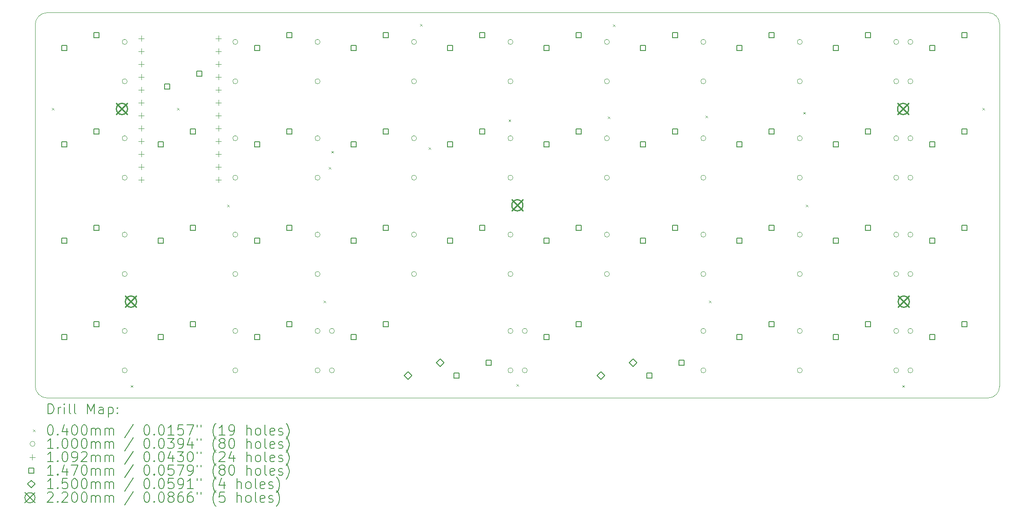
<source format=gbr>
%FSLAX45Y45*%
G04 Gerber Fmt 4.5, Leading zero omitted, Abs format (unit mm)*
G04 Created by KiCad (PCBNEW (6.0.0)) date 2023-02-08 23:19:00*
%MOMM*%
%LPD*%
G01*
G04 APERTURE LIST*
%TA.AperFunction,Profile*%
%ADD10C,0.050000*%
%TD*%
%ADD11C,0.200000*%
%ADD12C,0.040000*%
%ADD13C,0.100000*%
%ADD14C,0.109220*%
%ADD15C,0.147000*%
%ADD16C,0.150000*%
%ADD17C,0.220000*%
G04 APERTURE END LIST*
D10*
X1638300Y-1854200D02*
X1638300Y-8991600D01*
X1879600Y-9232900D02*
X20459700Y-9232900D01*
X20688300Y-9004300D02*
X20688300Y-1841500D01*
X20459700Y-1612900D02*
X1879600Y-1612900D01*
X1879600Y-1612900D02*
G75*
G03*
X1638300Y-1854200I0J-241300D01*
G01*
X20688300Y-1841500D02*
G75*
G03*
X20459700Y-1612900I-228600J0D01*
G01*
X20459700Y-9232900D02*
G75*
G03*
X20688300Y-9004300I0J228600D01*
G01*
X1638300Y-8991600D02*
G75*
G03*
X1879600Y-9232900I241300J0D01*
G01*
D11*
D12*
X1970000Y-3500000D02*
X2010000Y-3540000D01*
X2010000Y-3500000D02*
X1970000Y-3540000D01*
X3530000Y-8980000D02*
X3570000Y-9020000D01*
X3570000Y-8980000D02*
X3530000Y-9020000D01*
X4440000Y-3500000D02*
X4480000Y-3540000D01*
X4480000Y-3500000D02*
X4440000Y-3540000D01*
X5430000Y-5410000D02*
X5470000Y-5450000D01*
X5470000Y-5410000D02*
X5430000Y-5450000D01*
X7340000Y-7310000D02*
X7380000Y-7350000D01*
X7380000Y-7310000D02*
X7340000Y-7350000D01*
X7440000Y-4670000D02*
X7480000Y-4710000D01*
X7480000Y-4670000D02*
X7440000Y-4710000D01*
X7490000Y-4350000D02*
X7530000Y-4390000D01*
X7530000Y-4350000D02*
X7490000Y-4390000D01*
X9240000Y-1840000D02*
X9280000Y-1880000D01*
X9280000Y-1840000D02*
X9240000Y-1880000D01*
X9410000Y-4280000D02*
X9450000Y-4320000D01*
X9450000Y-4280000D02*
X9410000Y-4320000D01*
X10990000Y-3730000D02*
X11030000Y-3770000D01*
X11030000Y-3730000D02*
X10990000Y-3770000D01*
X11150000Y-8960000D02*
X11190000Y-9000000D01*
X11190000Y-8960000D02*
X11150000Y-9000000D01*
X12950000Y-3670000D02*
X12990000Y-3710000D01*
X12990000Y-3670000D02*
X12950000Y-3710000D01*
X13050000Y-1850000D02*
X13090000Y-1890000D01*
X13090000Y-1850000D02*
X13050000Y-1890000D01*
X14880000Y-3650000D02*
X14920000Y-3690000D01*
X14920000Y-3650000D02*
X14880000Y-3690000D01*
X14950000Y-7310000D02*
X14990000Y-7350000D01*
X14990000Y-7310000D02*
X14950000Y-7350000D01*
X16811700Y-3578300D02*
X16851700Y-3618300D01*
X16851700Y-3578300D02*
X16811700Y-3618300D01*
X16860000Y-5410000D02*
X16900000Y-5450000D01*
X16900000Y-5410000D02*
X16860000Y-5450000D01*
X18770000Y-8980000D02*
X18810000Y-9020000D01*
X18810000Y-8980000D02*
X18770000Y-9020000D01*
X20350000Y-3500000D02*
X20390000Y-3540000D01*
X20390000Y-3500000D02*
X20350000Y-3540000D01*
D13*
X3456775Y-2191275D02*
G75*
G03*
X3456775Y-2191275I-50000J0D01*
G01*
X3456775Y-2971275D02*
G75*
G03*
X3456775Y-2971275I-50000J0D01*
G01*
X3456775Y-4096275D02*
G75*
G03*
X3456775Y-4096275I-50000J0D01*
G01*
X3456775Y-4876275D02*
G75*
G03*
X3456775Y-4876275I-50000J0D01*
G01*
X3456775Y-6001275D02*
G75*
G03*
X3456775Y-6001275I-50000J0D01*
G01*
X3456775Y-6781275D02*
G75*
G03*
X3456775Y-6781275I-50000J0D01*
G01*
X3456775Y-7906275D02*
G75*
G03*
X3456775Y-7906275I-50000J0D01*
G01*
X3456775Y-8686275D02*
G75*
G03*
X3456775Y-8686275I-50000J0D01*
G01*
X5641175Y-2191275D02*
G75*
G03*
X5641175Y-2191275I-50000J0D01*
G01*
X5641175Y-2971275D02*
G75*
G03*
X5641175Y-2971275I-50000J0D01*
G01*
X5641175Y-4096275D02*
G75*
G03*
X5641175Y-4096275I-50000J0D01*
G01*
X5641175Y-4876275D02*
G75*
G03*
X5641175Y-4876275I-50000J0D01*
G01*
X5641175Y-6001275D02*
G75*
G03*
X5641175Y-6001275I-50000J0D01*
G01*
X5641175Y-6781275D02*
G75*
G03*
X5641175Y-6781275I-50000J0D01*
G01*
X5641175Y-7906275D02*
G75*
G03*
X5641175Y-7906275I-50000J0D01*
G01*
X5641175Y-8686275D02*
G75*
G03*
X5641175Y-8686275I-50000J0D01*
G01*
X7266775Y-2191275D02*
G75*
G03*
X7266775Y-2191275I-50000J0D01*
G01*
X7266775Y-2971275D02*
G75*
G03*
X7266775Y-2971275I-50000J0D01*
G01*
X7266775Y-4096275D02*
G75*
G03*
X7266775Y-4096275I-50000J0D01*
G01*
X7266775Y-4876275D02*
G75*
G03*
X7266775Y-4876275I-50000J0D01*
G01*
X7266775Y-6001275D02*
G75*
G03*
X7266775Y-6001275I-50000J0D01*
G01*
X7266775Y-6781275D02*
G75*
G03*
X7266775Y-6781275I-50000J0D01*
G01*
X7266775Y-7906275D02*
G75*
G03*
X7266775Y-7906275I-50000J0D01*
G01*
X7266775Y-8686275D02*
G75*
G03*
X7266775Y-8686275I-50000J0D01*
G01*
X7550000Y-7906275D02*
G75*
G03*
X7550000Y-7906275I-50000J0D01*
G01*
X7550000Y-8686275D02*
G75*
G03*
X7550000Y-8686275I-50000J0D01*
G01*
X9171775Y-2191275D02*
G75*
G03*
X9171775Y-2191275I-50000J0D01*
G01*
X9171775Y-2971275D02*
G75*
G03*
X9171775Y-2971275I-50000J0D01*
G01*
X9171775Y-4096275D02*
G75*
G03*
X9171775Y-4096275I-50000J0D01*
G01*
X9171775Y-4876275D02*
G75*
G03*
X9171775Y-4876275I-50000J0D01*
G01*
X9171775Y-6001275D02*
G75*
G03*
X9171775Y-6001275I-50000J0D01*
G01*
X9171775Y-6781275D02*
G75*
G03*
X9171775Y-6781275I-50000J0D01*
G01*
X11076775Y-2191275D02*
G75*
G03*
X11076775Y-2191275I-50000J0D01*
G01*
X11076775Y-2971275D02*
G75*
G03*
X11076775Y-2971275I-50000J0D01*
G01*
X11076775Y-4096275D02*
G75*
G03*
X11076775Y-4096275I-50000J0D01*
G01*
X11076775Y-4876275D02*
G75*
G03*
X11076775Y-4876275I-50000J0D01*
G01*
X11076775Y-6001275D02*
G75*
G03*
X11076775Y-6001275I-50000J0D01*
G01*
X11076775Y-6781275D02*
G75*
G03*
X11076775Y-6781275I-50000J0D01*
G01*
X11076775Y-7906275D02*
G75*
G03*
X11076775Y-7906275I-50000J0D01*
G01*
X11076775Y-8686275D02*
G75*
G03*
X11076775Y-8686275I-50000J0D01*
G01*
X11360000Y-7906275D02*
G75*
G03*
X11360000Y-7906275I-50000J0D01*
G01*
X11360000Y-8686275D02*
G75*
G03*
X11360000Y-8686275I-50000J0D01*
G01*
X12981775Y-2191275D02*
G75*
G03*
X12981775Y-2191275I-50000J0D01*
G01*
X12981775Y-2971275D02*
G75*
G03*
X12981775Y-2971275I-50000J0D01*
G01*
X12981775Y-4096275D02*
G75*
G03*
X12981775Y-4096275I-50000J0D01*
G01*
X12981775Y-4876275D02*
G75*
G03*
X12981775Y-4876275I-50000J0D01*
G01*
X12981775Y-6001275D02*
G75*
G03*
X12981775Y-6001275I-50000J0D01*
G01*
X12981775Y-6781275D02*
G75*
G03*
X12981775Y-6781275I-50000J0D01*
G01*
X14886775Y-2191275D02*
G75*
G03*
X14886775Y-2191275I-50000J0D01*
G01*
X14886775Y-2971275D02*
G75*
G03*
X14886775Y-2971275I-50000J0D01*
G01*
X14886775Y-4096275D02*
G75*
G03*
X14886775Y-4096275I-50000J0D01*
G01*
X14886775Y-4876275D02*
G75*
G03*
X14886775Y-4876275I-50000J0D01*
G01*
X14886775Y-6001275D02*
G75*
G03*
X14886775Y-6001275I-50000J0D01*
G01*
X14886775Y-6781275D02*
G75*
G03*
X14886775Y-6781275I-50000J0D01*
G01*
X14886775Y-7906275D02*
G75*
G03*
X14886775Y-7906275I-50000J0D01*
G01*
X14886775Y-8686275D02*
G75*
G03*
X14886775Y-8686275I-50000J0D01*
G01*
X16791775Y-2191275D02*
G75*
G03*
X16791775Y-2191275I-50000J0D01*
G01*
X16791775Y-2971275D02*
G75*
G03*
X16791775Y-2971275I-50000J0D01*
G01*
X16791775Y-4096275D02*
G75*
G03*
X16791775Y-4096275I-50000J0D01*
G01*
X16791775Y-4876275D02*
G75*
G03*
X16791775Y-4876275I-50000J0D01*
G01*
X16791775Y-6001275D02*
G75*
G03*
X16791775Y-6001275I-50000J0D01*
G01*
X16791775Y-6781275D02*
G75*
G03*
X16791775Y-6781275I-50000J0D01*
G01*
X16791775Y-7906275D02*
G75*
G03*
X16791775Y-7906275I-50000J0D01*
G01*
X16791775Y-8686275D02*
G75*
G03*
X16791775Y-8686275I-50000J0D01*
G01*
X18696775Y-2191275D02*
G75*
G03*
X18696775Y-2191275I-50000J0D01*
G01*
X18696775Y-2971275D02*
G75*
G03*
X18696775Y-2971275I-50000J0D01*
G01*
X18696775Y-4096275D02*
G75*
G03*
X18696775Y-4096275I-50000J0D01*
G01*
X18696775Y-4876275D02*
G75*
G03*
X18696775Y-4876275I-50000J0D01*
G01*
X18696775Y-6001275D02*
G75*
G03*
X18696775Y-6001275I-50000J0D01*
G01*
X18696775Y-6781275D02*
G75*
G03*
X18696775Y-6781275I-50000J0D01*
G01*
X18696775Y-7906275D02*
G75*
G03*
X18696775Y-7906275I-50000J0D01*
G01*
X18696775Y-8686275D02*
G75*
G03*
X18696775Y-8686275I-50000J0D01*
G01*
X18976175Y-2191275D02*
G75*
G03*
X18976175Y-2191275I-50000J0D01*
G01*
X18976175Y-2971275D02*
G75*
G03*
X18976175Y-2971275I-50000J0D01*
G01*
X18976175Y-4096275D02*
G75*
G03*
X18976175Y-4096275I-50000J0D01*
G01*
X18976175Y-4876275D02*
G75*
G03*
X18976175Y-4876275I-50000J0D01*
G01*
X18976175Y-6001275D02*
G75*
G03*
X18976175Y-6001275I-50000J0D01*
G01*
X18976175Y-6781275D02*
G75*
G03*
X18976175Y-6781275I-50000J0D01*
G01*
X18976175Y-7906275D02*
G75*
G03*
X18976175Y-7906275I-50000J0D01*
G01*
X18976175Y-8686275D02*
G75*
G03*
X18976175Y-8686275I-50000J0D01*
G01*
D14*
X3736975Y-2069465D02*
X3736975Y-2178685D01*
X3682365Y-2124075D02*
X3791585Y-2124075D01*
X3736975Y-2323465D02*
X3736975Y-2432685D01*
X3682365Y-2378075D02*
X3791585Y-2378075D01*
X3736975Y-2577465D02*
X3736975Y-2686685D01*
X3682365Y-2632075D02*
X3791585Y-2632075D01*
X3736975Y-2831465D02*
X3736975Y-2940685D01*
X3682365Y-2886075D02*
X3791585Y-2886075D01*
X3736975Y-3085465D02*
X3736975Y-3194685D01*
X3682365Y-3140075D02*
X3791585Y-3140075D01*
X3736975Y-3339465D02*
X3736975Y-3448685D01*
X3682365Y-3394075D02*
X3791585Y-3394075D01*
X3736975Y-3593465D02*
X3736975Y-3702685D01*
X3682365Y-3648075D02*
X3791585Y-3648075D01*
X3736975Y-3847465D02*
X3736975Y-3956685D01*
X3682365Y-3902075D02*
X3791585Y-3902075D01*
X3736975Y-4101465D02*
X3736975Y-4210685D01*
X3682365Y-4156075D02*
X3791585Y-4156075D01*
X3736975Y-4355465D02*
X3736975Y-4464685D01*
X3682365Y-4410075D02*
X3791585Y-4410075D01*
X3736975Y-4609465D02*
X3736975Y-4718685D01*
X3682365Y-4664075D02*
X3791585Y-4664075D01*
X3736975Y-4863465D02*
X3736975Y-4972685D01*
X3682365Y-4918075D02*
X3791585Y-4918075D01*
X5260975Y-2069465D02*
X5260975Y-2178685D01*
X5206365Y-2124075D02*
X5315585Y-2124075D01*
X5260975Y-2323465D02*
X5260975Y-2432685D01*
X5206365Y-2378075D02*
X5315585Y-2378075D01*
X5260975Y-2577465D02*
X5260975Y-2686685D01*
X5206365Y-2632075D02*
X5315585Y-2632075D01*
X5260975Y-2831465D02*
X5260975Y-2940685D01*
X5206365Y-2886075D02*
X5315585Y-2886075D01*
X5260975Y-3085465D02*
X5260975Y-3194685D01*
X5206365Y-3140075D02*
X5315585Y-3140075D01*
X5260975Y-3339465D02*
X5260975Y-3448685D01*
X5206365Y-3394075D02*
X5315585Y-3394075D01*
X5260975Y-3593465D02*
X5260975Y-3702685D01*
X5206365Y-3648075D02*
X5315585Y-3648075D01*
X5260975Y-3847465D02*
X5260975Y-3956685D01*
X5206365Y-3902075D02*
X5315585Y-3902075D01*
X5260975Y-4101465D02*
X5260975Y-4210685D01*
X5206365Y-4156075D02*
X5315585Y-4156075D01*
X5260975Y-4355465D02*
X5260975Y-4464685D01*
X5206365Y-4410075D02*
X5315585Y-4410075D01*
X5260975Y-4609465D02*
X5260975Y-4718685D01*
X5206365Y-4664075D02*
X5315585Y-4664075D01*
X5260975Y-4863465D02*
X5260975Y-4972685D01*
X5206365Y-4918075D02*
X5315585Y-4918075D01*
D15*
X2264948Y-2366548D02*
X2264948Y-2262602D01*
X2161002Y-2262602D01*
X2161002Y-2366548D01*
X2264948Y-2366548D01*
X2264948Y-4271548D02*
X2264948Y-4167602D01*
X2161002Y-4167602D01*
X2161002Y-4271548D01*
X2264948Y-4271548D01*
X2264948Y-6176548D02*
X2264948Y-6072602D01*
X2161002Y-6072602D01*
X2161002Y-6176548D01*
X2264948Y-6176548D01*
X2264948Y-8081548D02*
X2264948Y-7977602D01*
X2161002Y-7977602D01*
X2161002Y-8081548D01*
X2264948Y-8081548D01*
X2899948Y-2112548D02*
X2899948Y-2008602D01*
X2796002Y-2008602D01*
X2796002Y-2112548D01*
X2899948Y-2112548D01*
X2899948Y-4017548D02*
X2899948Y-3913602D01*
X2796002Y-3913602D01*
X2796002Y-4017548D01*
X2899948Y-4017548D01*
X2899948Y-5922548D02*
X2899948Y-5818602D01*
X2796002Y-5818602D01*
X2796002Y-5922548D01*
X2899948Y-5922548D01*
X2899948Y-7827548D02*
X2899948Y-7723602D01*
X2796002Y-7723602D01*
X2796002Y-7827548D01*
X2899948Y-7827548D01*
X4169948Y-4271548D02*
X4169948Y-4167602D01*
X4066002Y-4167602D01*
X4066002Y-4271548D01*
X4169948Y-4271548D01*
X4169948Y-6176548D02*
X4169948Y-6072602D01*
X4066002Y-6072602D01*
X4066002Y-6176548D01*
X4169948Y-6176548D01*
X4169948Y-8081548D02*
X4169948Y-7977602D01*
X4066002Y-7977602D01*
X4066002Y-8081548D01*
X4169948Y-8081548D01*
X4296948Y-3128548D02*
X4296948Y-3024602D01*
X4193002Y-3024602D01*
X4193002Y-3128548D01*
X4296948Y-3128548D01*
X4804948Y-4017548D02*
X4804948Y-3913602D01*
X4701002Y-3913602D01*
X4701002Y-4017548D01*
X4804948Y-4017548D01*
X4804948Y-5922548D02*
X4804948Y-5818602D01*
X4701002Y-5818602D01*
X4701002Y-5922548D01*
X4804948Y-5922548D01*
X4804948Y-7827548D02*
X4804948Y-7723602D01*
X4701002Y-7723602D01*
X4701002Y-7827548D01*
X4804948Y-7827548D01*
X4931948Y-2874548D02*
X4931948Y-2770602D01*
X4828002Y-2770602D01*
X4828002Y-2874548D01*
X4931948Y-2874548D01*
X6074948Y-2366548D02*
X6074948Y-2262602D01*
X5971002Y-2262602D01*
X5971002Y-2366548D01*
X6074948Y-2366548D01*
X6074948Y-4271548D02*
X6074948Y-4167602D01*
X5971002Y-4167602D01*
X5971002Y-4271548D01*
X6074948Y-4271548D01*
X6074948Y-6176548D02*
X6074948Y-6072602D01*
X5971002Y-6072602D01*
X5971002Y-6176548D01*
X6074948Y-6176548D01*
X6074948Y-8081548D02*
X6074948Y-7977602D01*
X5971002Y-7977602D01*
X5971002Y-8081548D01*
X6074948Y-8081548D01*
X6709948Y-2112548D02*
X6709948Y-2008602D01*
X6606002Y-2008602D01*
X6606002Y-2112548D01*
X6709948Y-2112548D01*
X6709948Y-4017548D02*
X6709948Y-3913602D01*
X6606002Y-3913602D01*
X6606002Y-4017548D01*
X6709948Y-4017548D01*
X6709948Y-5922548D02*
X6709948Y-5818602D01*
X6606002Y-5818602D01*
X6606002Y-5922548D01*
X6709948Y-5922548D01*
X6709948Y-7827548D02*
X6709948Y-7723602D01*
X6606002Y-7723602D01*
X6606002Y-7827548D01*
X6709948Y-7827548D01*
X7979948Y-2366548D02*
X7979948Y-2262602D01*
X7876002Y-2262602D01*
X7876002Y-2366548D01*
X7979948Y-2366548D01*
X7979948Y-4271548D02*
X7979948Y-4167602D01*
X7876002Y-4167602D01*
X7876002Y-4271548D01*
X7979948Y-4271548D01*
X7979948Y-6176548D02*
X7979948Y-6072602D01*
X7876002Y-6072602D01*
X7876002Y-6176548D01*
X7979948Y-6176548D01*
X7979948Y-8081548D02*
X7979948Y-7977602D01*
X7876002Y-7977602D01*
X7876002Y-8081548D01*
X7979948Y-8081548D01*
X8614948Y-2112548D02*
X8614948Y-2008602D01*
X8511002Y-2008602D01*
X8511002Y-2112548D01*
X8614948Y-2112548D01*
X8614948Y-4017548D02*
X8614948Y-3913602D01*
X8511002Y-3913602D01*
X8511002Y-4017548D01*
X8614948Y-4017548D01*
X8614948Y-5922548D02*
X8614948Y-5818602D01*
X8511002Y-5818602D01*
X8511002Y-5922548D01*
X8614948Y-5922548D01*
X8614948Y-7827548D02*
X8614948Y-7723602D01*
X8511002Y-7723602D01*
X8511002Y-7827548D01*
X8614948Y-7827548D01*
X9884948Y-2366548D02*
X9884948Y-2262602D01*
X9781002Y-2262602D01*
X9781002Y-2366548D01*
X9884948Y-2366548D01*
X9884948Y-4271548D02*
X9884948Y-4167602D01*
X9781002Y-4167602D01*
X9781002Y-4271548D01*
X9884948Y-4271548D01*
X9884948Y-6176548D02*
X9884948Y-6072602D01*
X9781002Y-6072602D01*
X9781002Y-6176548D01*
X9884948Y-6176548D01*
X10011948Y-8843548D02*
X10011948Y-8739602D01*
X9908002Y-8739602D01*
X9908002Y-8843548D01*
X10011948Y-8843548D01*
X10519948Y-2112548D02*
X10519948Y-2008602D01*
X10416002Y-2008602D01*
X10416002Y-2112548D01*
X10519948Y-2112548D01*
X10519948Y-4017548D02*
X10519948Y-3913602D01*
X10416002Y-3913602D01*
X10416002Y-4017548D01*
X10519948Y-4017548D01*
X10519948Y-5922548D02*
X10519948Y-5818602D01*
X10416002Y-5818602D01*
X10416002Y-5922548D01*
X10519948Y-5922548D01*
X10646948Y-8589548D02*
X10646948Y-8485602D01*
X10543002Y-8485602D01*
X10543002Y-8589548D01*
X10646948Y-8589548D01*
X11789948Y-2366548D02*
X11789948Y-2262602D01*
X11686002Y-2262602D01*
X11686002Y-2366548D01*
X11789948Y-2366548D01*
X11789948Y-4271548D02*
X11789948Y-4167602D01*
X11686002Y-4167602D01*
X11686002Y-4271548D01*
X11789948Y-4271548D01*
X11789948Y-6176548D02*
X11789948Y-6072602D01*
X11686002Y-6072602D01*
X11686002Y-6176548D01*
X11789948Y-6176548D01*
X11789948Y-8081548D02*
X11789948Y-7977602D01*
X11686002Y-7977602D01*
X11686002Y-8081548D01*
X11789948Y-8081548D01*
X12424948Y-2112548D02*
X12424948Y-2008602D01*
X12321002Y-2008602D01*
X12321002Y-2112548D01*
X12424948Y-2112548D01*
X12424948Y-4017548D02*
X12424948Y-3913602D01*
X12321002Y-3913602D01*
X12321002Y-4017548D01*
X12424948Y-4017548D01*
X12424948Y-5922548D02*
X12424948Y-5818602D01*
X12321002Y-5818602D01*
X12321002Y-5922548D01*
X12424948Y-5922548D01*
X12424948Y-7827548D02*
X12424948Y-7723602D01*
X12321002Y-7723602D01*
X12321002Y-7827548D01*
X12424948Y-7827548D01*
X13694948Y-2366548D02*
X13694948Y-2262602D01*
X13591002Y-2262602D01*
X13591002Y-2366548D01*
X13694948Y-2366548D01*
X13694948Y-4271548D02*
X13694948Y-4167602D01*
X13591002Y-4167602D01*
X13591002Y-4271548D01*
X13694948Y-4271548D01*
X13694948Y-6176548D02*
X13694948Y-6072602D01*
X13591002Y-6072602D01*
X13591002Y-6176548D01*
X13694948Y-6176548D01*
X13821948Y-8843548D02*
X13821948Y-8739602D01*
X13718002Y-8739602D01*
X13718002Y-8843548D01*
X13821948Y-8843548D01*
X14329948Y-2112548D02*
X14329948Y-2008602D01*
X14226002Y-2008602D01*
X14226002Y-2112548D01*
X14329948Y-2112548D01*
X14329948Y-4017548D02*
X14329948Y-3913602D01*
X14226002Y-3913602D01*
X14226002Y-4017548D01*
X14329948Y-4017548D01*
X14329948Y-5922548D02*
X14329948Y-5818602D01*
X14226002Y-5818602D01*
X14226002Y-5922548D01*
X14329948Y-5922548D01*
X14456948Y-8589548D02*
X14456948Y-8485602D01*
X14353002Y-8485602D01*
X14353002Y-8589548D01*
X14456948Y-8589548D01*
X15599948Y-2366548D02*
X15599948Y-2262602D01*
X15496002Y-2262602D01*
X15496002Y-2366548D01*
X15599948Y-2366548D01*
X15599948Y-4271548D02*
X15599948Y-4167602D01*
X15496002Y-4167602D01*
X15496002Y-4271548D01*
X15599948Y-4271548D01*
X15599948Y-6176548D02*
X15599948Y-6072602D01*
X15496002Y-6072602D01*
X15496002Y-6176548D01*
X15599948Y-6176548D01*
X15599948Y-8081548D02*
X15599948Y-7977602D01*
X15496002Y-7977602D01*
X15496002Y-8081548D01*
X15599948Y-8081548D01*
X16234948Y-2112548D02*
X16234948Y-2008602D01*
X16131002Y-2008602D01*
X16131002Y-2112548D01*
X16234948Y-2112548D01*
X16234948Y-4017548D02*
X16234948Y-3913602D01*
X16131002Y-3913602D01*
X16131002Y-4017548D01*
X16234948Y-4017548D01*
X16234948Y-5922548D02*
X16234948Y-5818602D01*
X16131002Y-5818602D01*
X16131002Y-5922548D01*
X16234948Y-5922548D01*
X16234948Y-7827548D02*
X16234948Y-7723602D01*
X16131002Y-7723602D01*
X16131002Y-7827548D01*
X16234948Y-7827548D01*
X17504948Y-2366548D02*
X17504948Y-2262602D01*
X17401002Y-2262602D01*
X17401002Y-2366548D01*
X17504948Y-2366548D01*
X17504948Y-4271548D02*
X17504948Y-4167602D01*
X17401002Y-4167602D01*
X17401002Y-4271548D01*
X17504948Y-4271548D01*
X17504948Y-6176548D02*
X17504948Y-6072602D01*
X17401002Y-6072602D01*
X17401002Y-6176548D01*
X17504948Y-6176548D01*
X17504948Y-8081548D02*
X17504948Y-7977602D01*
X17401002Y-7977602D01*
X17401002Y-8081548D01*
X17504948Y-8081548D01*
X18139948Y-2112548D02*
X18139948Y-2008602D01*
X18036002Y-2008602D01*
X18036002Y-2112548D01*
X18139948Y-2112548D01*
X18139948Y-4017548D02*
X18139948Y-3913602D01*
X18036002Y-3913602D01*
X18036002Y-4017548D01*
X18139948Y-4017548D01*
X18139948Y-5922548D02*
X18139948Y-5818602D01*
X18036002Y-5818602D01*
X18036002Y-5922548D01*
X18139948Y-5922548D01*
X18139948Y-7827548D02*
X18139948Y-7723602D01*
X18036002Y-7723602D01*
X18036002Y-7827548D01*
X18139948Y-7827548D01*
X19409948Y-2366548D02*
X19409948Y-2262602D01*
X19306002Y-2262602D01*
X19306002Y-2366548D01*
X19409948Y-2366548D01*
X19409948Y-4271548D02*
X19409948Y-4167602D01*
X19306002Y-4167602D01*
X19306002Y-4271548D01*
X19409948Y-4271548D01*
X19409948Y-6176548D02*
X19409948Y-6072602D01*
X19306002Y-6072602D01*
X19306002Y-6176548D01*
X19409948Y-6176548D01*
X19409948Y-8081548D02*
X19409948Y-7977602D01*
X19306002Y-7977602D01*
X19306002Y-8081548D01*
X19409948Y-8081548D01*
X20044948Y-2112548D02*
X20044948Y-2008602D01*
X19941002Y-2008602D01*
X19941002Y-2112548D01*
X20044948Y-2112548D01*
X20044948Y-4017548D02*
X20044948Y-3913602D01*
X19941002Y-3913602D01*
X19941002Y-4017548D01*
X20044948Y-4017548D01*
X20044948Y-5922548D02*
X20044948Y-5818602D01*
X19941002Y-5818602D01*
X19941002Y-5922548D01*
X20044948Y-5922548D01*
X20044948Y-7827548D02*
X20044948Y-7723602D01*
X19941002Y-7723602D01*
X19941002Y-7827548D01*
X20044948Y-7827548D01*
D16*
X9006000Y-8863000D02*
X9081000Y-8788000D01*
X9006000Y-8713000D01*
X8931000Y-8788000D01*
X9006000Y-8863000D01*
X9641000Y-8609000D02*
X9716000Y-8534000D01*
X9641000Y-8459000D01*
X9566000Y-8534000D01*
X9641000Y-8609000D01*
X12816000Y-8863000D02*
X12891000Y-8788000D01*
X12816000Y-8713000D01*
X12741000Y-8788000D01*
X12816000Y-8863000D01*
X13451000Y-8609000D02*
X13526000Y-8534000D01*
X13451000Y-8459000D01*
X13376000Y-8534000D01*
X13451000Y-8609000D01*
D17*
X3242800Y-3407900D02*
X3462800Y-3627900D01*
X3462800Y-3407900D02*
X3242800Y-3627900D01*
X3462800Y-3517900D02*
G75*
G03*
X3462800Y-3517900I-110000J0D01*
G01*
X3420600Y-7217900D02*
X3640600Y-7437900D01*
X3640600Y-7217900D02*
X3420600Y-7437900D01*
X3640600Y-7327900D02*
G75*
G03*
X3640600Y-7327900I-110000J0D01*
G01*
X11053300Y-5312900D02*
X11273300Y-5532900D01*
X11273300Y-5312900D02*
X11053300Y-5532900D01*
X11273300Y-5422900D02*
G75*
G03*
X11273300Y-5422900I-110000J0D01*
G01*
X18673300Y-3407900D02*
X18893300Y-3627900D01*
X18893300Y-3407900D02*
X18673300Y-3627900D01*
X18893300Y-3517900D02*
G75*
G03*
X18893300Y-3517900I-110000J0D01*
G01*
X18686000Y-7217900D02*
X18906000Y-7437900D01*
X18906000Y-7217900D02*
X18686000Y-7437900D01*
X18906000Y-7327900D02*
G75*
G03*
X18906000Y-7327900I-110000J0D01*
G01*
D11*
X1893419Y-9545876D02*
X1893419Y-9345876D01*
X1941038Y-9345876D01*
X1969609Y-9355400D01*
X1988657Y-9374448D01*
X1998181Y-9393495D01*
X2007705Y-9431590D01*
X2007705Y-9460162D01*
X1998181Y-9498257D01*
X1988657Y-9517305D01*
X1969609Y-9536352D01*
X1941038Y-9545876D01*
X1893419Y-9545876D01*
X2093419Y-9545876D02*
X2093419Y-9412543D01*
X2093419Y-9450638D02*
X2102943Y-9431590D01*
X2112467Y-9422067D01*
X2131514Y-9412543D01*
X2150562Y-9412543D01*
X2217229Y-9545876D02*
X2217229Y-9412543D01*
X2217229Y-9345876D02*
X2207705Y-9355400D01*
X2217229Y-9364924D01*
X2226752Y-9355400D01*
X2217229Y-9345876D01*
X2217229Y-9364924D01*
X2341038Y-9545876D02*
X2321990Y-9536352D01*
X2312467Y-9517305D01*
X2312467Y-9345876D01*
X2445800Y-9545876D02*
X2426752Y-9536352D01*
X2417229Y-9517305D01*
X2417229Y-9345876D01*
X2674371Y-9545876D02*
X2674371Y-9345876D01*
X2741038Y-9488733D01*
X2807705Y-9345876D01*
X2807705Y-9545876D01*
X2988657Y-9545876D02*
X2988657Y-9441114D01*
X2979133Y-9422067D01*
X2960086Y-9412543D01*
X2921990Y-9412543D01*
X2902943Y-9422067D01*
X2988657Y-9536352D02*
X2969609Y-9545876D01*
X2921990Y-9545876D01*
X2902943Y-9536352D01*
X2893419Y-9517305D01*
X2893419Y-9498257D01*
X2902943Y-9479210D01*
X2921990Y-9469686D01*
X2969609Y-9469686D01*
X2988657Y-9460162D01*
X3083895Y-9412543D02*
X3083895Y-9612543D01*
X3083895Y-9422067D02*
X3102943Y-9412543D01*
X3141038Y-9412543D01*
X3160086Y-9422067D01*
X3169609Y-9431590D01*
X3179133Y-9450638D01*
X3179133Y-9507781D01*
X3169609Y-9526829D01*
X3160086Y-9536352D01*
X3141038Y-9545876D01*
X3102943Y-9545876D01*
X3083895Y-9536352D01*
X3264848Y-9526829D02*
X3274371Y-9536352D01*
X3264848Y-9545876D01*
X3255324Y-9536352D01*
X3264848Y-9526829D01*
X3264848Y-9545876D01*
X3264848Y-9422067D02*
X3274371Y-9431590D01*
X3264848Y-9441114D01*
X3255324Y-9431590D01*
X3264848Y-9422067D01*
X3264848Y-9441114D01*
D12*
X1595800Y-9855400D02*
X1635800Y-9895400D01*
X1635800Y-9855400D02*
X1595800Y-9895400D01*
D11*
X1931514Y-9765876D02*
X1950562Y-9765876D01*
X1969609Y-9775400D01*
X1979133Y-9784924D01*
X1988657Y-9803971D01*
X1998181Y-9842067D01*
X1998181Y-9889686D01*
X1988657Y-9927781D01*
X1979133Y-9946829D01*
X1969609Y-9956352D01*
X1950562Y-9965876D01*
X1931514Y-9965876D01*
X1912467Y-9956352D01*
X1902943Y-9946829D01*
X1893419Y-9927781D01*
X1883895Y-9889686D01*
X1883895Y-9842067D01*
X1893419Y-9803971D01*
X1902943Y-9784924D01*
X1912467Y-9775400D01*
X1931514Y-9765876D01*
X2083895Y-9946829D02*
X2093419Y-9956352D01*
X2083895Y-9965876D01*
X2074371Y-9956352D01*
X2083895Y-9946829D01*
X2083895Y-9965876D01*
X2264848Y-9832543D02*
X2264848Y-9965876D01*
X2217229Y-9756352D02*
X2169610Y-9899210D01*
X2293419Y-9899210D01*
X2407705Y-9765876D02*
X2426752Y-9765876D01*
X2445800Y-9775400D01*
X2455324Y-9784924D01*
X2464848Y-9803971D01*
X2474371Y-9842067D01*
X2474371Y-9889686D01*
X2464848Y-9927781D01*
X2455324Y-9946829D01*
X2445800Y-9956352D01*
X2426752Y-9965876D01*
X2407705Y-9965876D01*
X2388657Y-9956352D01*
X2379133Y-9946829D01*
X2369610Y-9927781D01*
X2360086Y-9889686D01*
X2360086Y-9842067D01*
X2369610Y-9803971D01*
X2379133Y-9784924D01*
X2388657Y-9775400D01*
X2407705Y-9765876D01*
X2598181Y-9765876D02*
X2617229Y-9765876D01*
X2636276Y-9775400D01*
X2645800Y-9784924D01*
X2655324Y-9803971D01*
X2664848Y-9842067D01*
X2664848Y-9889686D01*
X2655324Y-9927781D01*
X2645800Y-9946829D01*
X2636276Y-9956352D01*
X2617229Y-9965876D01*
X2598181Y-9965876D01*
X2579133Y-9956352D01*
X2569610Y-9946829D01*
X2560086Y-9927781D01*
X2550562Y-9889686D01*
X2550562Y-9842067D01*
X2560086Y-9803971D01*
X2569610Y-9784924D01*
X2579133Y-9775400D01*
X2598181Y-9765876D01*
X2750562Y-9965876D02*
X2750562Y-9832543D01*
X2750562Y-9851590D02*
X2760086Y-9842067D01*
X2779133Y-9832543D01*
X2807705Y-9832543D01*
X2826752Y-9842067D01*
X2836276Y-9861114D01*
X2836276Y-9965876D01*
X2836276Y-9861114D02*
X2845800Y-9842067D01*
X2864848Y-9832543D01*
X2893419Y-9832543D01*
X2912467Y-9842067D01*
X2921990Y-9861114D01*
X2921990Y-9965876D01*
X3017228Y-9965876D02*
X3017228Y-9832543D01*
X3017228Y-9851590D02*
X3026752Y-9842067D01*
X3045800Y-9832543D01*
X3074371Y-9832543D01*
X3093419Y-9842067D01*
X3102943Y-9861114D01*
X3102943Y-9965876D01*
X3102943Y-9861114D02*
X3112467Y-9842067D01*
X3131514Y-9832543D01*
X3160086Y-9832543D01*
X3179133Y-9842067D01*
X3188657Y-9861114D01*
X3188657Y-9965876D01*
X3579133Y-9756352D02*
X3407705Y-10013495D01*
X3836276Y-9765876D02*
X3855324Y-9765876D01*
X3874371Y-9775400D01*
X3883895Y-9784924D01*
X3893419Y-9803971D01*
X3902943Y-9842067D01*
X3902943Y-9889686D01*
X3893419Y-9927781D01*
X3883895Y-9946829D01*
X3874371Y-9956352D01*
X3855324Y-9965876D01*
X3836276Y-9965876D01*
X3817228Y-9956352D01*
X3807705Y-9946829D01*
X3798181Y-9927781D01*
X3788657Y-9889686D01*
X3788657Y-9842067D01*
X3798181Y-9803971D01*
X3807705Y-9784924D01*
X3817228Y-9775400D01*
X3836276Y-9765876D01*
X3988657Y-9946829D02*
X3998181Y-9956352D01*
X3988657Y-9965876D01*
X3979133Y-9956352D01*
X3988657Y-9946829D01*
X3988657Y-9965876D01*
X4121990Y-9765876D02*
X4141038Y-9765876D01*
X4160086Y-9775400D01*
X4169609Y-9784924D01*
X4179133Y-9803971D01*
X4188657Y-9842067D01*
X4188657Y-9889686D01*
X4179133Y-9927781D01*
X4169609Y-9946829D01*
X4160086Y-9956352D01*
X4141038Y-9965876D01*
X4121990Y-9965876D01*
X4102943Y-9956352D01*
X4093419Y-9946829D01*
X4083895Y-9927781D01*
X4074371Y-9889686D01*
X4074371Y-9842067D01*
X4083895Y-9803971D01*
X4093419Y-9784924D01*
X4102943Y-9775400D01*
X4121990Y-9765876D01*
X4379133Y-9965876D02*
X4264848Y-9965876D01*
X4321990Y-9965876D02*
X4321990Y-9765876D01*
X4302943Y-9794448D01*
X4283895Y-9813495D01*
X4264848Y-9823019D01*
X4560086Y-9765876D02*
X4464848Y-9765876D01*
X4455324Y-9861114D01*
X4464848Y-9851590D01*
X4483895Y-9842067D01*
X4531514Y-9842067D01*
X4550562Y-9851590D01*
X4560086Y-9861114D01*
X4569610Y-9880162D01*
X4569610Y-9927781D01*
X4560086Y-9946829D01*
X4550562Y-9956352D01*
X4531514Y-9965876D01*
X4483895Y-9965876D01*
X4464848Y-9956352D01*
X4455324Y-9946829D01*
X4636276Y-9765876D02*
X4769610Y-9765876D01*
X4683895Y-9965876D01*
X4836276Y-9765876D02*
X4836276Y-9803971D01*
X4912467Y-9765876D02*
X4912467Y-9803971D01*
X5207705Y-10042067D02*
X5198181Y-10032543D01*
X5179133Y-10003971D01*
X5169610Y-9984924D01*
X5160086Y-9956352D01*
X5150562Y-9908733D01*
X5150562Y-9870638D01*
X5160086Y-9823019D01*
X5169610Y-9794448D01*
X5179133Y-9775400D01*
X5198181Y-9746829D01*
X5207705Y-9737305D01*
X5388657Y-9965876D02*
X5274371Y-9965876D01*
X5331514Y-9965876D02*
X5331514Y-9765876D01*
X5312467Y-9794448D01*
X5293419Y-9813495D01*
X5274371Y-9823019D01*
X5483895Y-9965876D02*
X5521990Y-9965876D01*
X5541038Y-9956352D01*
X5550562Y-9946829D01*
X5569610Y-9918257D01*
X5579133Y-9880162D01*
X5579133Y-9803971D01*
X5569610Y-9784924D01*
X5560086Y-9775400D01*
X5541038Y-9765876D01*
X5502943Y-9765876D01*
X5483895Y-9775400D01*
X5474371Y-9784924D01*
X5464848Y-9803971D01*
X5464848Y-9851590D01*
X5474371Y-9870638D01*
X5483895Y-9880162D01*
X5502943Y-9889686D01*
X5541038Y-9889686D01*
X5560086Y-9880162D01*
X5569610Y-9870638D01*
X5579133Y-9851590D01*
X5817228Y-9965876D02*
X5817228Y-9765876D01*
X5902943Y-9965876D02*
X5902943Y-9861114D01*
X5893419Y-9842067D01*
X5874371Y-9832543D01*
X5845800Y-9832543D01*
X5826752Y-9842067D01*
X5817228Y-9851590D01*
X6026752Y-9965876D02*
X6007705Y-9956352D01*
X5998181Y-9946829D01*
X5988657Y-9927781D01*
X5988657Y-9870638D01*
X5998181Y-9851590D01*
X6007705Y-9842067D01*
X6026752Y-9832543D01*
X6055324Y-9832543D01*
X6074371Y-9842067D01*
X6083895Y-9851590D01*
X6093419Y-9870638D01*
X6093419Y-9927781D01*
X6083895Y-9946829D01*
X6074371Y-9956352D01*
X6055324Y-9965876D01*
X6026752Y-9965876D01*
X6207705Y-9965876D02*
X6188657Y-9956352D01*
X6179133Y-9937305D01*
X6179133Y-9765876D01*
X6360086Y-9956352D02*
X6341038Y-9965876D01*
X6302943Y-9965876D01*
X6283895Y-9956352D01*
X6274371Y-9937305D01*
X6274371Y-9861114D01*
X6283895Y-9842067D01*
X6302943Y-9832543D01*
X6341038Y-9832543D01*
X6360086Y-9842067D01*
X6369609Y-9861114D01*
X6369609Y-9880162D01*
X6274371Y-9899210D01*
X6445800Y-9956352D02*
X6464848Y-9965876D01*
X6502943Y-9965876D01*
X6521990Y-9956352D01*
X6531514Y-9937305D01*
X6531514Y-9927781D01*
X6521990Y-9908733D01*
X6502943Y-9899210D01*
X6474371Y-9899210D01*
X6455324Y-9889686D01*
X6445800Y-9870638D01*
X6445800Y-9861114D01*
X6455324Y-9842067D01*
X6474371Y-9832543D01*
X6502943Y-9832543D01*
X6521990Y-9842067D01*
X6598181Y-10042067D02*
X6607705Y-10032543D01*
X6626752Y-10003971D01*
X6636276Y-9984924D01*
X6645800Y-9956352D01*
X6655324Y-9908733D01*
X6655324Y-9870638D01*
X6645800Y-9823019D01*
X6636276Y-9794448D01*
X6626752Y-9775400D01*
X6607705Y-9746829D01*
X6598181Y-9737305D01*
D13*
X1635800Y-10139400D02*
G75*
G03*
X1635800Y-10139400I-50000J0D01*
G01*
D11*
X1998181Y-10229876D02*
X1883895Y-10229876D01*
X1941038Y-10229876D02*
X1941038Y-10029876D01*
X1921990Y-10058448D01*
X1902943Y-10077495D01*
X1883895Y-10087019D01*
X2083895Y-10210829D02*
X2093419Y-10220352D01*
X2083895Y-10229876D01*
X2074371Y-10220352D01*
X2083895Y-10210829D01*
X2083895Y-10229876D01*
X2217229Y-10029876D02*
X2236276Y-10029876D01*
X2255324Y-10039400D01*
X2264848Y-10048924D01*
X2274371Y-10067971D01*
X2283895Y-10106067D01*
X2283895Y-10153686D01*
X2274371Y-10191781D01*
X2264848Y-10210829D01*
X2255324Y-10220352D01*
X2236276Y-10229876D01*
X2217229Y-10229876D01*
X2198181Y-10220352D01*
X2188657Y-10210829D01*
X2179133Y-10191781D01*
X2169610Y-10153686D01*
X2169610Y-10106067D01*
X2179133Y-10067971D01*
X2188657Y-10048924D01*
X2198181Y-10039400D01*
X2217229Y-10029876D01*
X2407705Y-10029876D02*
X2426752Y-10029876D01*
X2445800Y-10039400D01*
X2455324Y-10048924D01*
X2464848Y-10067971D01*
X2474371Y-10106067D01*
X2474371Y-10153686D01*
X2464848Y-10191781D01*
X2455324Y-10210829D01*
X2445800Y-10220352D01*
X2426752Y-10229876D01*
X2407705Y-10229876D01*
X2388657Y-10220352D01*
X2379133Y-10210829D01*
X2369610Y-10191781D01*
X2360086Y-10153686D01*
X2360086Y-10106067D01*
X2369610Y-10067971D01*
X2379133Y-10048924D01*
X2388657Y-10039400D01*
X2407705Y-10029876D01*
X2598181Y-10029876D02*
X2617229Y-10029876D01*
X2636276Y-10039400D01*
X2645800Y-10048924D01*
X2655324Y-10067971D01*
X2664848Y-10106067D01*
X2664848Y-10153686D01*
X2655324Y-10191781D01*
X2645800Y-10210829D01*
X2636276Y-10220352D01*
X2617229Y-10229876D01*
X2598181Y-10229876D01*
X2579133Y-10220352D01*
X2569610Y-10210829D01*
X2560086Y-10191781D01*
X2550562Y-10153686D01*
X2550562Y-10106067D01*
X2560086Y-10067971D01*
X2569610Y-10048924D01*
X2579133Y-10039400D01*
X2598181Y-10029876D01*
X2750562Y-10229876D02*
X2750562Y-10096543D01*
X2750562Y-10115590D02*
X2760086Y-10106067D01*
X2779133Y-10096543D01*
X2807705Y-10096543D01*
X2826752Y-10106067D01*
X2836276Y-10125114D01*
X2836276Y-10229876D01*
X2836276Y-10125114D02*
X2845800Y-10106067D01*
X2864848Y-10096543D01*
X2893419Y-10096543D01*
X2912467Y-10106067D01*
X2921990Y-10125114D01*
X2921990Y-10229876D01*
X3017228Y-10229876D02*
X3017228Y-10096543D01*
X3017228Y-10115590D02*
X3026752Y-10106067D01*
X3045800Y-10096543D01*
X3074371Y-10096543D01*
X3093419Y-10106067D01*
X3102943Y-10125114D01*
X3102943Y-10229876D01*
X3102943Y-10125114D02*
X3112467Y-10106067D01*
X3131514Y-10096543D01*
X3160086Y-10096543D01*
X3179133Y-10106067D01*
X3188657Y-10125114D01*
X3188657Y-10229876D01*
X3579133Y-10020352D02*
X3407705Y-10277495D01*
X3836276Y-10029876D02*
X3855324Y-10029876D01*
X3874371Y-10039400D01*
X3883895Y-10048924D01*
X3893419Y-10067971D01*
X3902943Y-10106067D01*
X3902943Y-10153686D01*
X3893419Y-10191781D01*
X3883895Y-10210829D01*
X3874371Y-10220352D01*
X3855324Y-10229876D01*
X3836276Y-10229876D01*
X3817228Y-10220352D01*
X3807705Y-10210829D01*
X3798181Y-10191781D01*
X3788657Y-10153686D01*
X3788657Y-10106067D01*
X3798181Y-10067971D01*
X3807705Y-10048924D01*
X3817228Y-10039400D01*
X3836276Y-10029876D01*
X3988657Y-10210829D02*
X3998181Y-10220352D01*
X3988657Y-10229876D01*
X3979133Y-10220352D01*
X3988657Y-10210829D01*
X3988657Y-10229876D01*
X4121990Y-10029876D02*
X4141038Y-10029876D01*
X4160086Y-10039400D01*
X4169609Y-10048924D01*
X4179133Y-10067971D01*
X4188657Y-10106067D01*
X4188657Y-10153686D01*
X4179133Y-10191781D01*
X4169609Y-10210829D01*
X4160086Y-10220352D01*
X4141038Y-10229876D01*
X4121990Y-10229876D01*
X4102943Y-10220352D01*
X4093419Y-10210829D01*
X4083895Y-10191781D01*
X4074371Y-10153686D01*
X4074371Y-10106067D01*
X4083895Y-10067971D01*
X4093419Y-10048924D01*
X4102943Y-10039400D01*
X4121990Y-10029876D01*
X4255324Y-10029876D02*
X4379133Y-10029876D01*
X4312467Y-10106067D01*
X4341038Y-10106067D01*
X4360086Y-10115590D01*
X4369610Y-10125114D01*
X4379133Y-10144162D01*
X4379133Y-10191781D01*
X4369610Y-10210829D01*
X4360086Y-10220352D01*
X4341038Y-10229876D01*
X4283895Y-10229876D01*
X4264848Y-10220352D01*
X4255324Y-10210829D01*
X4474371Y-10229876D02*
X4512467Y-10229876D01*
X4531514Y-10220352D01*
X4541038Y-10210829D01*
X4560086Y-10182257D01*
X4569610Y-10144162D01*
X4569610Y-10067971D01*
X4560086Y-10048924D01*
X4550562Y-10039400D01*
X4531514Y-10029876D01*
X4493419Y-10029876D01*
X4474371Y-10039400D01*
X4464848Y-10048924D01*
X4455324Y-10067971D01*
X4455324Y-10115590D01*
X4464848Y-10134638D01*
X4474371Y-10144162D01*
X4493419Y-10153686D01*
X4531514Y-10153686D01*
X4550562Y-10144162D01*
X4560086Y-10134638D01*
X4569610Y-10115590D01*
X4741038Y-10096543D02*
X4741038Y-10229876D01*
X4693419Y-10020352D02*
X4645800Y-10163210D01*
X4769610Y-10163210D01*
X4836276Y-10029876D02*
X4836276Y-10067971D01*
X4912467Y-10029876D02*
X4912467Y-10067971D01*
X5207705Y-10306067D02*
X5198181Y-10296543D01*
X5179133Y-10267971D01*
X5169610Y-10248924D01*
X5160086Y-10220352D01*
X5150562Y-10172733D01*
X5150562Y-10134638D01*
X5160086Y-10087019D01*
X5169610Y-10058448D01*
X5179133Y-10039400D01*
X5198181Y-10010829D01*
X5207705Y-10001305D01*
X5312467Y-10115590D02*
X5293419Y-10106067D01*
X5283895Y-10096543D01*
X5274371Y-10077495D01*
X5274371Y-10067971D01*
X5283895Y-10048924D01*
X5293419Y-10039400D01*
X5312467Y-10029876D01*
X5350562Y-10029876D01*
X5369610Y-10039400D01*
X5379133Y-10048924D01*
X5388657Y-10067971D01*
X5388657Y-10077495D01*
X5379133Y-10096543D01*
X5369610Y-10106067D01*
X5350562Y-10115590D01*
X5312467Y-10115590D01*
X5293419Y-10125114D01*
X5283895Y-10134638D01*
X5274371Y-10153686D01*
X5274371Y-10191781D01*
X5283895Y-10210829D01*
X5293419Y-10220352D01*
X5312467Y-10229876D01*
X5350562Y-10229876D01*
X5369610Y-10220352D01*
X5379133Y-10210829D01*
X5388657Y-10191781D01*
X5388657Y-10153686D01*
X5379133Y-10134638D01*
X5369610Y-10125114D01*
X5350562Y-10115590D01*
X5512467Y-10029876D02*
X5531514Y-10029876D01*
X5550562Y-10039400D01*
X5560086Y-10048924D01*
X5569610Y-10067971D01*
X5579133Y-10106067D01*
X5579133Y-10153686D01*
X5569610Y-10191781D01*
X5560086Y-10210829D01*
X5550562Y-10220352D01*
X5531514Y-10229876D01*
X5512467Y-10229876D01*
X5493419Y-10220352D01*
X5483895Y-10210829D01*
X5474371Y-10191781D01*
X5464848Y-10153686D01*
X5464848Y-10106067D01*
X5474371Y-10067971D01*
X5483895Y-10048924D01*
X5493419Y-10039400D01*
X5512467Y-10029876D01*
X5817228Y-10229876D02*
X5817228Y-10029876D01*
X5902943Y-10229876D02*
X5902943Y-10125114D01*
X5893419Y-10106067D01*
X5874371Y-10096543D01*
X5845800Y-10096543D01*
X5826752Y-10106067D01*
X5817228Y-10115590D01*
X6026752Y-10229876D02*
X6007705Y-10220352D01*
X5998181Y-10210829D01*
X5988657Y-10191781D01*
X5988657Y-10134638D01*
X5998181Y-10115590D01*
X6007705Y-10106067D01*
X6026752Y-10096543D01*
X6055324Y-10096543D01*
X6074371Y-10106067D01*
X6083895Y-10115590D01*
X6093419Y-10134638D01*
X6093419Y-10191781D01*
X6083895Y-10210829D01*
X6074371Y-10220352D01*
X6055324Y-10229876D01*
X6026752Y-10229876D01*
X6207705Y-10229876D02*
X6188657Y-10220352D01*
X6179133Y-10201305D01*
X6179133Y-10029876D01*
X6360086Y-10220352D02*
X6341038Y-10229876D01*
X6302943Y-10229876D01*
X6283895Y-10220352D01*
X6274371Y-10201305D01*
X6274371Y-10125114D01*
X6283895Y-10106067D01*
X6302943Y-10096543D01*
X6341038Y-10096543D01*
X6360086Y-10106067D01*
X6369609Y-10125114D01*
X6369609Y-10144162D01*
X6274371Y-10163210D01*
X6445800Y-10220352D02*
X6464848Y-10229876D01*
X6502943Y-10229876D01*
X6521990Y-10220352D01*
X6531514Y-10201305D01*
X6531514Y-10191781D01*
X6521990Y-10172733D01*
X6502943Y-10163210D01*
X6474371Y-10163210D01*
X6455324Y-10153686D01*
X6445800Y-10134638D01*
X6445800Y-10125114D01*
X6455324Y-10106067D01*
X6474371Y-10096543D01*
X6502943Y-10096543D01*
X6521990Y-10106067D01*
X6598181Y-10306067D02*
X6607705Y-10296543D01*
X6626752Y-10267971D01*
X6636276Y-10248924D01*
X6645800Y-10220352D01*
X6655324Y-10172733D01*
X6655324Y-10134638D01*
X6645800Y-10087019D01*
X6636276Y-10058448D01*
X6626752Y-10039400D01*
X6607705Y-10010829D01*
X6598181Y-10001305D01*
D14*
X1581190Y-10348790D02*
X1581190Y-10458010D01*
X1526580Y-10403400D02*
X1635800Y-10403400D01*
D11*
X1998181Y-10493876D02*
X1883895Y-10493876D01*
X1941038Y-10493876D02*
X1941038Y-10293876D01*
X1921990Y-10322448D01*
X1902943Y-10341495D01*
X1883895Y-10351019D01*
X2083895Y-10474829D02*
X2093419Y-10484352D01*
X2083895Y-10493876D01*
X2074371Y-10484352D01*
X2083895Y-10474829D01*
X2083895Y-10493876D01*
X2217229Y-10293876D02*
X2236276Y-10293876D01*
X2255324Y-10303400D01*
X2264848Y-10312924D01*
X2274371Y-10331971D01*
X2283895Y-10370067D01*
X2283895Y-10417686D01*
X2274371Y-10455781D01*
X2264848Y-10474829D01*
X2255324Y-10484352D01*
X2236276Y-10493876D01*
X2217229Y-10493876D01*
X2198181Y-10484352D01*
X2188657Y-10474829D01*
X2179133Y-10455781D01*
X2169610Y-10417686D01*
X2169610Y-10370067D01*
X2179133Y-10331971D01*
X2188657Y-10312924D01*
X2198181Y-10303400D01*
X2217229Y-10293876D01*
X2379133Y-10493876D02*
X2417229Y-10493876D01*
X2436276Y-10484352D01*
X2445800Y-10474829D01*
X2464848Y-10446257D01*
X2474371Y-10408162D01*
X2474371Y-10331971D01*
X2464848Y-10312924D01*
X2455324Y-10303400D01*
X2436276Y-10293876D01*
X2398181Y-10293876D01*
X2379133Y-10303400D01*
X2369610Y-10312924D01*
X2360086Y-10331971D01*
X2360086Y-10379590D01*
X2369610Y-10398638D01*
X2379133Y-10408162D01*
X2398181Y-10417686D01*
X2436276Y-10417686D01*
X2455324Y-10408162D01*
X2464848Y-10398638D01*
X2474371Y-10379590D01*
X2550562Y-10312924D02*
X2560086Y-10303400D01*
X2579133Y-10293876D01*
X2626752Y-10293876D01*
X2645800Y-10303400D01*
X2655324Y-10312924D01*
X2664848Y-10331971D01*
X2664848Y-10351019D01*
X2655324Y-10379590D01*
X2541038Y-10493876D01*
X2664848Y-10493876D01*
X2750562Y-10493876D02*
X2750562Y-10360543D01*
X2750562Y-10379590D02*
X2760086Y-10370067D01*
X2779133Y-10360543D01*
X2807705Y-10360543D01*
X2826752Y-10370067D01*
X2836276Y-10389114D01*
X2836276Y-10493876D01*
X2836276Y-10389114D02*
X2845800Y-10370067D01*
X2864848Y-10360543D01*
X2893419Y-10360543D01*
X2912467Y-10370067D01*
X2921990Y-10389114D01*
X2921990Y-10493876D01*
X3017228Y-10493876D02*
X3017228Y-10360543D01*
X3017228Y-10379590D02*
X3026752Y-10370067D01*
X3045800Y-10360543D01*
X3074371Y-10360543D01*
X3093419Y-10370067D01*
X3102943Y-10389114D01*
X3102943Y-10493876D01*
X3102943Y-10389114D02*
X3112467Y-10370067D01*
X3131514Y-10360543D01*
X3160086Y-10360543D01*
X3179133Y-10370067D01*
X3188657Y-10389114D01*
X3188657Y-10493876D01*
X3579133Y-10284352D02*
X3407705Y-10541495D01*
X3836276Y-10293876D02*
X3855324Y-10293876D01*
X3874371Y-10303400D01*
X3883895Y-10312924D01*
X3893419Y-10331971D01*
X3902943Y-10370067D01*
X3902943Y-10417686D01*
X3893419Y-10455781D01*
X3883895Y-10474829D01*
X3874371Y-10484352D01*
X3855324Y-10493876D01*
X3836276Y-10493876D01*
X3817228Y-10484352D01*
X3807705Y-10474829D01*
X3798181Y-10455781D01*
X3788657Y-10417686D01*
X3788657Y-10370067D01*
X3798181Y-10331971D01*
X3807705Y-10312924D01*
X3817228Y-10303400D01*
X3836276Y-10293876D01*
X3988657Y-10474829D02*
X3998181Y-10484352D01*
X3988657Y-10493876D01*
X3979133Y-10484352D01*
X3988657Y-10474829D01*
X3988657Y-10493876D01*
X4121990Y-10293876D02*
X4141038Y-10293876D01*
X4160086Y-10303400D01*
X4169609Y-10312924D01*
X4179133Y-10331971D01*
X4188657Y-10370067D01*
X4188657Y-10417686D01*
X4179133Y-10455781D01*
X4169609Y-10474829D01*
X4160086Y-10484352D01*
X4141038Y-10493876D01*
X4121990Y-10493876D01*
X4102943Y-10484352D01*
X4093419Y-10474829D01*
X4083895Y-10455781D01*
X4074371Y-10417686D01*
X4074371Y-10370067D01*
X4083895Y-10331971D01*
X4093419Y-10312924D01*
X4102943Y-10303400D01*
X4121990Y-10293876D01*
X4360086Y-10360543D02*
X4360086Y-10493876D01*
X4312467Y-10284352D02*
X4264848Y-10427210D01*
X4388657Y-10427210D01*
X4445800Y-10293876D02*
X4569610Y-10293876D01*
X4502943Y-10370067D01*
X4531514Y-10370067D01*
X4550562Y-10379590D01*
X4560086Y-10389114D01*
X4569610Y-10408162D01*
X4569610Y-10455781D01*
X4560086Y-10474829D01*
X4550562Y-10484352D01*
X4531514Y-10493876D01*
X4474371Y-10493876D01*
X4455324Y-10484352D01*
X4445800Y-10474829D01*
X4693419Y-10293876D02*
X4712467Y-10293876D01*
X4731514Y-10303400D01*
X4741038Y-10312924D01*
X4750562Y-10331971D01*
X4760086Y-10370067D01*
X4760086Y-10417686D01*
X4750562Y-10455781D01*
X4741038Y-10474829D01*
X4731514Y-10484352D01*
X4712467Y-10493876D01*
X4693419Y-10493876D01*
X4674371Y-10484352D01*
X4664848Y-10474829D01*
X4655324Y-10455781D01*
X4645800Y-10417686D01*
X4645800Y-10370067D01*
X4655324Y-10331971D01*
X4664848Y-10312924D01*
X4674371Y-10303400D01*
X4693419Y-10293876D01*
X4836276Y-10293876D02*
X4836276Y-10331971D01*
X4912467Y-10293876D02*
X4912467Y-10331971D01*
X5207705Y-10570067D02*
X5198181Y-10560543D01*
X5179133Y-10531971D01*
X5169610Y-10512924D01*
X5160086Y-10484352D01*
X5150562Y-10436733D01*
X5150562Y-10398638D01*
X5160086Y-10351019D01*
X5169610Y-10322448D01*
X5179133Y-10303400D01*
X5198181Y-10274829D01*
X5207705Y-10265305D01*
X5274371Y-10312924D02*
X5283895Y-10303400D01*
X5302943Y-10293876D01*
X5350562Y-10293876D01*
X5369610Y-10303400D01*
X5379133Y-10312924D01*
X5388657Y-10331971D01*
X5388657Y-10351019D01*
X5379133Y-10379590D01*
X5264848Y-10493876D01*
X5388657Y-10493876D01*
X5560086Y-10360543D02*
X5560086Y-10493876D01*
X5512467Y-10284352D02*
X5464848Y-10427210D01*
X5588657Y-10427210D01*
X5817228Y-10493876D02*
X5817228Y-10293876D01*
X5902943Y-10493876D02*
X5902943Y-10389114D01*
X5893419Y-10370067D01*
X5874371Y-10360543D01*
X5845800Y-10360543D01*
X5826752Y-10370067D01*
X5817228Y-10379590D01*
X6026752Y-10493876D02*
X6007705Y-10484352D01*
X5998181Y-10474829D01*
X5988657Y-10455781D01*
X5988657Y-10398638D01*
X5998181Y-10379590D01*
X6007705Y-10370067D01*
X6026752Y-10360543D01*
X6055324Y-10360543D01*
X6074371Y-10370067D01*
X6083895Y-10379590D01*
X6093419Y-10398638D01*
X6093419Y-10455781D01*
X6083895Y-10474829D01*
X6074371Y-10484352D01*
X6055324Y-10493876D01*
X6026752Y-10493876D01*
X6207705Y-10493876D02*
X6188657Y-10484352D01*
X6179133Y-10465305D01*
X6179133Y-10293876D01*
X6360086Y-10484352D02*
X6341038Y-10493876D01*
X6302943Y-10493876D01*
X6283895Y-10484352D01*
X6274371Y-10465305D01*
X6274371Y-10389114D01*
X6283895Y-10370067D01*
X6302943Y-10360543D01*
X6341038Y-10360543D01*
X6360086Y-10370067D01*
X6369609Y-10389114D01*
X6369609Y-10408162D01*
X6274371Y-10427210D01*
X6445800Y-10484352D02*
X6464848Y-10493876D01*
X6502943Y-10493876D01*
X6521990Y-10484352D01*
X6531514Y-10465305D01*
X6531514Y-10455781D01*
X6521990Y-10436733D01*
X6502943Y-10427210D01*
X6474371Y-10427210D01*
X6455324Y-10417686D01*
X6445800Y-10398638D01*
X6445800Y-10389114D01*
X6455324Y-10370067D01*
X6474371Y-10360543D01*
X6502943Y-10360543D01*
X6521990Y-10370067D01*
X6598181Y-10570067D02*
X6607705Y-10560543D01*
X6626752Y-10531971D01*
X6636276Y-10512924D01*
X6645800Y-10484352D01*
X6655324Y-10436733D01*
X6655324Y-10398638D01*
X6645800Y-10351019D01*
X6636276Y-10322448D01*
X6626752Y-10303400D01*
X6607705Y-10274829D01*
X6598181Y-10265305D01*
D15*
X1614273Y-10719373D02*
X1614273Y-10615427D01*
X1510327Y-10615427D01*
X1510327Y-10719373D01*
X1614273Y-10719373D01*
D11*
X1998181Y-10757876D02*
X1883895Y-10757876D01*
X1941038Y-10757876D02*
X1941038Y-10557876D01*
X1921990Y-10586448D01*
X1902943Y-10605495D01*
X1883895Y-10615019D01*
X2083895Y-10738829D02*
X2093419Y-10748352D01*
X2083895Y-10757876D01*
X2074371Y-10748352D01*
X2083895Y-10738829D01*
X2083895Y-10757876D01*
X2264848Y-10624543D02*
X2264848Y-10757876D01*
X2217229Y-10548352D02*
X2169610Y-10691210D01*
X2293419Y-10691210D01*
X2350562Y-10557876D02*
X2483895Y-10557876D01*
X2398181Y-10757876D01*
X2598181Y-10557876D02*
X2617229Y-10557876D01*
X2636276Y-10567400D01*
X2645800Y-10576924D01*
X2655324Y-10595971D01*
X2664848Y-10634067D01*
X2664848Y-10681686D01*
X2655324Y-10719781D01*
X2645800Y-10738829D01*
X2636276Y-10748352D01*
X2617229Y-10757876D01*
X2598181Y-10757876D01*
X2579133Y-10748352D01*
X2569610Y-10738829D01*
X2560086Y-10719781D01*
X2550562Y-10681686D01*
X2550562Y-10634067D01*
X2560086Y-10595971D01*
X2569610Y-10576924D01*
X2579133Y-10567400D01*
X2598181Y-10557876D01*
X2750562Y-10757876D02*
X2750562Y-10624543D01*
X2750562Y-10643590D02*
X2760086Y-10634067D01*
X2779133Y-10624543D01*
X2807705Y-10624543D01*
X2826752Y-10634067D01*
X2836276Y-10653114D01*
X2836276Y-10757876D01*
X2836276Y-10653114D02*
X2845800Y-10634067D01*
X2864848Y-10624543D01*
X2893419Y-10624543D01*
X2912467Y-10634067D01*
X2921990Y-10653114D01*
X2921990Y-10757876D01*
X3017228Y-10757876D02*
X3017228Y-10624543D01*
X3017228Y-10643590D02*
X3026752Y-10634067D01*
X3045800Y-10624543D01*
X3074371Y-10624543D01*
X3093419Y-10634067D01*
X3102943Y-10653114D01*
X3102943Y-10757876D01*
X3102943Y-10653114D02*
X3112467Y-10634067D01*
X3131514Y-10624543D01*
X3160086Y-10624543D01*
X3179133Y-10634067D01*
X3188657Y-10653114D01*
X3188657Y-10757876D01*
X3579133Y-10548352D02*
X3407705Y-10805495D01*
X3836276Y-10557876D02*
X3855324Y-10557876D01*
X3874371Y-10567400D01*
X3883895Y-10576924D01*
X3893419Y-10595971D01*
X3902943Y-10634067D01*
X3902943Y-10681686D01*
X3893419Y-10719781D01*
X3883895Y-10738829D01*
X3874371Y-10748352D01*
X3855324Y-10757876D01*
X3836276Y-10757876D01*
X3817228Y-10748352D01*
X3807705Y-10738829D01*
X3798181Y-10719781D01*
X3788657Y-10681686D01*
X3788657Y-10634067D01*
X3798181Y-10595971D01*
X3807705Y-10576924D01*
X3817228Y-10567400D01*
X3836276Y-10557876D01*
X3988657Y-10738829D02*
X3998181Y-10748352D01*
X3988657Y-10757876D01*
X3979133Y-10748352D01*
X3988657Y-10738829D01*
X3988657Y-10757876D01*
X4121990Y-10557876D02*
X4141038Y-10557876D01*
X4160086Y-10567400D01*
X4169609Y-10576924D01*
X4179133Y-10595971D01*
X4188657Y-10634067D01*
X4188657Y-10681686D01*
X4179133Y-10719781D01*
X4169609Y-10738829D01*
X4160086Y-10748352D01*
X4141038Y-10757876D01*
X4121990Y-10757876D01*
X4102943Y-10748352D01*
X4093419Y-10738829D01*
X4083895Y-10719781D01*
X4074371Y-10681686D01*
X4074371Y-10634067D01*
X4083895Y-10595971D01*
X4093419Y-10576924D01*
X4102943Y-10567400D01*
X4121990Y-10557876D01*
X4369610Y-10557876D02*
X4274371Y-10557876D01*
X4264848Y-10653114D01*
X4274371Y-10643590D01*
X4293419Y-10634067D01*
X4341038Y-10634067D01*
X4360086Y-10643590D01*
X4369610Y-10653114D01*
X4379133Y-10672162D01*
X4379133Y-10719781D01*
X4369610Y-10738829D01*
X4360086Y-10748352D01*
X4341038Y-10757876D01*
X4293419Y-10757876D01*
X4274371Y-10748352D01*
X4264848Y-10738829D01*
X4445800Y-10557876D02*
X4579133Y-10557876D01*
X4493419Y-10757876D01*
X4664848Y-10757876D02*
X4702943Y-10757876D01*
X4721990Y-10748352D01*
X4731514Y-10738829D01*
X4750562Y-10710257D01*
X4760086Y-10672162D01*
X4760086Y-10595971D01*
X4750562Y-10576924D01*
X4741038Y-10567400D01*
X4721990Y-10557876D01*
X4683895Y-10557876D01*
X4664848Y-10567400D01*
X4655324Y-10576924D01*
X4645800Y-10595971D01*
X4645800Y-10643590D01*
X4655324Y-10662638D01*
X4664848Y-10672162D01*
X4683895Y-10681686D01*
X4721990Y-10681686D01*
X4741038Y-10672162D01*
X4750562Y-10662638D01*
X4760086Y-10643590D01*
X4836276Y-10557876D02*
X4836276Y-10595971D01*
X4912467Y-10557876D02*
X4912467Y-10595971D01*
X5207705Y-10834067D02*
X5198181Y-10824543D01*
X5179133Y-10795971D01*
X5169610Y-10776924D01*
X5160086Y-10748352D01*
X5150562Y-10700733D01*
X5150562Y-10662638D01*
X5160086Y-10615019D01*
X5169610Y-10586448D01*
X5179133Y-10567400D01*
X5198181Y-10538829D01*
X5207705Y-10529305D01*
X5312467Y-10643590D02*
X5293419Y-10634067D01*
X5283895Y-10624543D01*
X5274371Y-10605495D01*
X5274371Y-10595971D01*
X5283895Y-10576924D01*
X5293419Y-10567400D01*
X5312467Y-10557876D01*
X5350562Y-10557876D01*
X5369610Y-10567400D01*
X5379133Y-10576924D01*
X5388657Y-10595971D01*
X5388657Y-10605495D01*
X5379133Y-10624543D01*
X5369610Y-10634067D01*
X5350562Y-10643590D01*
X5312467Y-10643590D01*
X5293419Y-10653114D01*
X5283895Y-10662638D01*
X5274371Y-10681686D01*
X5274371Y-10719781D01*
X5283895Y-10738829D01*
X5293419Y-10748352D01*
X5312467Y-10757876D01*
X5350562Y-10757876D01*
X5369610Y-10748352D01*
X5379133Y-10738829D01*
X5388657Y-10719781D01*
X5388657Y-10681686D01*
X5379133Y-10662638D01*
X5369610Y-10653114D01*
X5350562Y-10643590D01*
X5512467Y-10557876D02*
X5531514Y-10557876D01*
X5550562Y-10567400D01*
X5560086Y-10576924D01*
X5569610Y-10595971D01*
X5579133Y-10634067D01*
X5579133Y-10681686D01*
X5569610Y-10719781D01*
X5560086Y-10738829D01*
X5550562Y-10748352D01*
X5531514Y-10757876D01*
X5512467Y-10757876D01*
X5493419Y-10748352D01*
X5483895Y-10738829D01*
X5474371Y-10719781D01*
X5464848Y-10681686D01*
X5464848Y-10634067D01*
X5474371Y-10595971D01*
X5483895Y-10576924D01*
X5493419Y-10567400D01*
X5512467Y-10557876D01*
X5817228Y-10757876D02*
X5817228Y-10557876D01*
X5902943Y-10757876D02*
X5902943Y-10653114D01*
X5893419Y-10634067D01*
X5874371Y-10624543D01*
X5845800Y-10624543D01*
X5826752Y-10634067D01*
X5817228Y-10643590D01*
X6026752Y-10757876D02*
X6007705Y-10748352D01*
X5998181Y-10738829D01*
X5988657Y-10719781D01*
X5988657Y-10662638D01*
X5998181Y-10643590D01*
X6007705Y-10634067D01*
X6026752Y-10624543D01*
X6055324Y-10624543D01*
X6074371Y-10634067D01*
X6083895Y-10643590D01*
X6093419Y-10662638D01*
X6093419Y-10719781D01*
X6083895Y-10738829D01*
X6074371Y-10748352D01*
X6055324Y-10757876D01*
X6026752Y-10757876D01*
X6207705Y-10757876D02*
X6188657Y-10748352D01*
X6179133Y-10729305D01*
X6179133Y-10557876D01*
X6360086Y-10748352D02*
X6341038Y-10757876D01*
X6302943Y-10757876D01*
X6283895Y-10748352D01*
X6274371Y-10729305D01*
X6274371Y-10653114D01*
X6283895Y-10634067D01*
X6302943Y-10624543D01*
X6341038Y-10624543D01*
X6360086Y-10634067D01*
X6369609Y-10653114D01*
X6369609Y-10672162D01*
X6274371Y-10691210D01*
X6445800Y-10748352D02*
X6464848Y-10757876D01*
X6502943Y-10757876D01*
X6521990Y-10748352D01*
X6531514Y-10729305D01*
X6531514Y-10719781D01*
X6521990Y-10700733D01*
X6502943Y-10691210D01*
X6474371Y-10691210D01*
X6455324Y-10681686D01*
X6445800Y-10662638D01*
X6445800Y-10653114D01*
X6455324Y-10634067D01*
X6474371Y-10624543D01*
X6502943Y-10624543D01*
X6521990Y-10634067D01*
X6598181Y-10834067D02*
X6607705Y-10824543D01*
X6626752Y-10795971D01*
X6636276Y-10776924D01*
X6645800Y-10748352D01*
X6655324Y-10700733D01*
X6655324Y-10662638D01*
X6645800Y-10615019D01*
X6636276Y-10586448D01*
X6626752Y-10567400D01*
X6607705Y-10538829D01*
X6598181Y-10529305D01*
D16*
X1560800Y-11009400D02*
X1635800Y-10934400D01*
X1560800Y-10859400D01*
X1485800Y-10934400D01*
X1560800Y-11009400D01*
D11*
X1998181Y-11024876D02*
X1883895Y-11024876D01*
X1941038Y-11024876D02*
X1941038Y-10824876D01*
X1921990Y-10853448D01*
X1902943Y-10872495D01*
X1883895Y-10882019D01*
X2083895Y-11005829D02*
X2093419Y-11015352D01*
X2083895Y-11024876D01*
X2074371Y-11015352D01*
X2083895Y-11005829D01*
X2083895Y-11024876D01*
X2274371Y-10824876D02*
X2179133Y-10824876D01*
X2169610Y-10920114D01*
X2179133Y-10910590D01*
X2198181Y-10901067D01*
X2245800Y-10901067D01*
X2264848Y-10910590D01*
X2274371Y-10920114D01*
X2283895Y-10939162D01*
X2283895Y-10986781D01*
X2274371Y-11005829D01*
X2264848Y-11015352D01*
X2245800Y-11024876D01*
X2198181Y-11024876D01*
X2179133Y-11015352D01*
X2169610Y-11005829D01*
X2407705Y-10824876D02*
X2426752Y-10824876D01*
X2445800Y-10834400D01*
X2455324Y-10843924D01*
X2464848Y-10862971D01*
X2474371Y-10901067D01*
X2474371Y-10948686D01*
X2464848Y-10986781D01*
X2455324Y-11005829D01*
X2445800Y-11015352D01*
X2426752Y-11024876D01*
X2407705Y-11024876D01*
X2388657Y-11015352D01*
X2379133Y-11005829D01*
X2369610Y-10986781D01*
X2360086Y-10948686D01*
X2360086Y-10901067D01*
X2369610Y-10862971D01*
X2379133Y-10843924D01*
X2388657Y-10834400D01*
X2407705Y-10824876D01*
X2598181Y-10824876D02*
X2617229Y-10824876D01*
X2636276Y-10834400D01*
X2645800Y-10843924D01*
X2655324Y-10862971D01*
X2664848Y-10901067D01*
X2664848Y-10948686D01*
X2655324Y-10986781D01*
X2645800Y-11005829D01*
X2636276Y-11015352D01*
X2617229Y-11024876D01*
X2598181Y-11024876D01*
X2579133Y-11015352D01*
X2569610Y-11005829D01*
X2560086Y-10986781D01*
X2550562Y-10948686D01*
X2550562Y-10901067D01*
X2560086Y-10862971D01*
X2569610Y-10843924D01*
X2579133Y-10834400D01*
X2598181Y-10824876D01*
X2750562Y-11024876D02*
X2750562Y-10891543D01*
X2750562Y-10910590D02*
X2760086Y-10901067D01*
X2779133Y-10891543D01*
X2807705Y-10891543D01*
X2826752Y-10901067D01*
X2836276Y-10920114D01*
X2836276Y-11024876D01*
X2836276Y-10920114D02*
X2845800Y-10901067D01*
X2864848Y-10891543D01*
X2893419Y-10891543D01*
X2912467Y-10901067D01*
X2921990Y-10920114D01*
X2921990Y-11024876D01*
X3017228Y-11024876D02*
X3017228Y-10891543D01*
X3017228Y-10910590D02*
X3026752Y-10901067D01*
X3045800Y-10891543D01*
X3074371Y-10891543D01*
X3093419Y-10901067D01*
X3102943Y-10920114D01*
X3102943Y-11024876D01*
X3102943Y-10920114D02*
X3112467Y-10901067D01*
X3131514Y-10891543D01*
X3160086Y-10891543D01*
X3179133Y-10901067D01*
X3188657Y-10920114D01*
X3188657Y-11024876D01*
X3579133Y-10815352D02*
X3407705Y-11072495D01*
X3836276Y-10824876D02*
X3855324Y-10824876D01*
X3874371Y-10834400D01*
X3883895Y-10843924D01*
X3893419Y-10862971D01*
X3902943Y-10901067D01*
X3902943Y-10948686D01*
X3893419Y-10986781D01*
X3883895Y-11005829D01*
X3874371Y-11015352D01*
X3855324Y-11024876D01*
X3836276Y-11024876D01*
X3817228Y-11015352D01*
X3807705Y-11005829D01*
X3798181Y-10986781D01*
X3788657Y-10948686D01*
X3788657Y-10901067D01*
X3798181Y-10862971D01*
X3807705Y-10843924D01*
X3817228Y-10834400D01*
X3836276Y-10824876D01*
X3988657Y-11005829D02*
X3998181Y-11015352D01*
X3988657Y-11024876D01*
X3979133Y-11015352D01*
X3988657Y-11005829D01*
X3988657Y-11024876D01*
X4121990Y-10824876D02*
X4141038Y-10824876D01*
X4160086Y-10834400D01*
X4169609Y-10843924D01*
X4179133Y-10862971D01*
X4188657Y-10901067D01*
X4188657Y-10948686D01*
X4179133Y-10986781D01*
X4169609Y-11005829D01*
X4160086Y-11015352D01*
X4141038Y-11024876D01*
X4121990Y-11024876D01*
X4102943Y-11015352D01*
X4093419Y-11005829D01*
X4083895Y-10986781D01*
X4074371Y-10948686D01*
X4074371Y-10901067D01*
X4083895Y-10862971D01*
X4093419Y-10843924D01*
X4102943Y-10834400D01*
X4121990Y-10824876D01*
X4369610Y-10824876D02*
X4274371Y-10824876D01*
X4264848Y-10920114D01*
X4274371Y-10910590D01*
X4293419Y-10901067D01*
X4341038Y-10901067D01*
X4360086Y-10910590D01*
X4369610Y-10920114D01*
X4379133Y-10939162D01*
X4379133Y-10986781D01*
X4369610Y-11005829D01*
X4360086Y-11015352D01*
X4341038Y-11024876D01*
X4293419Y-11024876D01*
X4274371Y-11015352D01*
X4264848Y-11005829D01*
X4474371Y-11024876D02*
X4512467Y-11024876D01*
X4531514Y-11015352D01*
X4541038Y-11005829D01*
X4560086Y-10977257D01*
X4569610Y-10939162D01*
X4569610Y-10862971D01*
X4560086Y-10843924D01*
X4550562Y-10834400D01*
X4531514Y-10824876D01*
X4493419Y-10824876D01*
X4474371Y-10834400D01*
X4464848Y-10843924D01*
X4455324Y-10862971D01*
X4455324Y-10910590D01*
X4464848Y-10929638D01*
X4474371Y-10939162D01*
X4493419Y-10948686D01*
X4531514Y-10948686D01*
X4550562Y-10939162D01*
X4560086Y-10929638D01*
X4569610Y-10910590D01*
X4760086Y-11024876D02*
X4645800Y-11024876D01*
X4702943Y-11024876D02*
X4702943Y-10824876D01*
X4683895Y-10853448D01*
X4664848Y-10872495D01*
X4645800Y-10882019D01*
X4836276Y-10824876D02*
X4836276Y-10862971D01*
X4912467Y-10824876D02*
X4912467Y-10862971D01*
X5207705Y-11101067D02*
X5198181Y-11091543D01*
X5179133Y-11062971D01*
X5169610Y-11043924D01*
X5160086Y-11015352D01*
X5150562Y-10967733D01*
X5150562Y-10929638D01*
X5160086Y-10882019D01*
X5169610Y-10853448D01*
X5179133Y-10834400D01*
X5198181Y-10805829D01*
X5207705Y-10796305D01*
X5369610Y-10891543D02*
X5369610Y-11024876D01*
X5321990Y-10815352D02*
X5274371Y-10958210D01*
X5398181Y-10958210D01*
X5626752Y-11024876D02*
X5626752Y-10824876D01*
X5712467Y-11024876D02*
X5712467Y-10920114D01*
X5702943Y-10901067D01*
X5683895Y-10891543D01*
X5655324Y-10891543D01*
X5636276Y-10901067D01*
X5626752Y-10910590D01*
X5836276Y-11024876D02*
X5817228Y-11015352D01*
X5807705Y-11005829D01*
X5798181Y-10986781D01*
X5798181Y-10929638D01*
X5807705Y-10910590D01*
X5817228Y-10901067D01*
X5836276Y-10891543D01*
X5864848Y-10891543D01*
X5883895Y-10901067D01*
X5893419Y-10910590D01*
X5902943Y-10929638D01*
X5902943Y-10986781D01*
X5893419Y-11005829D01*
X5883895Y-11015352D01*
X5864848Y-11024876D01*
X5836276Y-11024876D01*
X6017228Y-11024876D02*
X5998181Y-11015352D01*
X5988657Y-10996305D01*
X5988657Y-10824876D01*
X6169609Y-11015352D02*
X6150562Y-11024876D01*
X6112467Y-11024876D01*
X6093419Y-11015352D01*
X6083895Y-10996305D01*
X6083895Y-10920114D01*
X6093419Y-10901067D01*
X6112467Y-10891543D01*
X6150562Y-10891543D01*
X6169609Y-10901067D01*
X6179133Y-10920114D01*
X6179133Y-10939162D01*
X6083895Y-10958210D01*
X6255324Y-11015352D02*
X6274371Y-11024876D01*
X6312467Y-11024876D01*
X6331514Y-11015352D01*
X6341038Y-10996305D01*
X6341038Y-10986781D01*
X6331514Y-10967733D01*
X6312467Y-10958210D01*
X6283895Y-10958210D01*
X6264848Y-10948686D01*
X6255324Y-10929638D01*
X6255324Y-10920114D01*
X6264848Y-10901067D01*
X6283895Y-10891543D01*
X6312467Y-10891543D01*
X6331514Y-10901067D01*
X6407705Y-11101067D02*
X6417228Y-11091543D01*
X6436276Y-11062971D01*
X6445800Y-11043924D01*
X6455324Y-11015352D01*
X6464848Y-10967733D01*
X6464848Y-10929638D01*
X6455324Y-10882019D01*
X6445800Y-10853448D01*
X6436276Y-10834400D01*
X6417228Y-10805829D01*
X6407705Y-10796305D01*
X1435800Y-11104400D02*
X1635800Y-11304400D01*
X1635800Y-11104400D02*
X1435800Y-11304400D01*
X1635800Y-11204400D02*
G75*
G03*
X1635800Y-11204400I-100000J0D01*
G01*
X1883895Y-11113924D02*
X1893419Y-11104400D01*
X1912467Y-11094876D01*
X1960086Y-11094876D01*
X1979133Y-11104400D01*
X1988657Y-11113924D01*
X1998181Y-11132971D01*
X1998181Y-11152019D01*
X1988657Y-11180590D01*
X1874371Y-11294876D01*
X1998181Y-11294876D01*
X2083895Y-11275828D02*
X2093419Y-11285352D01*
X2083895Y-11294876D01*
X2074371Y-11285352D01*
X2083895Y-11275828D01*
X2083895Y-11294876D01*
X2169610Y-11113924D02*
X2179133Y-11104400D01*
X2198181Y-11094876D01*
X2245800Y-11094876D01*
X2264848Y-11104400D01*
X2274371Y-11113924D01*
X2283895Y-11132971D01*
X2283895Y-11152019D01*
X2274371Y-11180590D01*
X2160086Y-11294876D01*
X2283895Y-11294876D01*
X2407705Y-11094876D02*
X2426752Y-11094876D01*
X2445800Y-11104400D01*
X2455324Y-11113924D01*
X2464848Y-11132971D01*
X2474371Y-11171067D01*
X2474371Y-11218686D01*
X2464848Y-11256781D01*
X2455324Y-11275828D01*
X2445800Y-11285352D01*
X2426752Y-11294876D01*
X2407705Y-11294876D01*
X2388657Y-11285352D01*
X2379133Y-11275828D01*
X2369610Y-11256781D01*
X2360086Y-11218686D01*
X2360086Y-11171067D01*
X2369610Y-11132971D01*
X2379133Y-11113924D01*
X2388657Y-11104400D01*
X2407705Y-11094876D01*
X2598181Y-11094876D02*
X2617229Y-11094876D01*
X2636276Y-11104400D01*
X2645800Y-11113924D01*
X2655324Y-11132971D01*
X2664848Y-11171067D01*
X2664848Y-11218686D01*
X2655324Y-11256781D01*
X2645800Y-11275828D01*
X2636276Y-11285352D01*
X2617229Y-11294876D01*
X2598181Y-11294876D01*
X2579133Y-11285352D01*
X2569610Y-11275828D01*
X2560086Y-11256781D01*
X2550562Y-11218686D01*
X2550562Y-11171067D01*
X2560086Y-11132971D01*
X2569610Y-11113924D01*
X2579133Y-11104400D01*
X2598181Y-11094876D01*
X2750562Y-11294876D02*
X2750562Y-11161543D01*
X2750562Y-11180590D02*
X2760086Y-11171067D01*
X2779133Y-11161543D01*
X2807705Y-11161543D01*
X2826752Y-11171067D01*
X2836276Y-11190114D01*
X2836276Y-11294876D01*
X2836276Y-11190114D02*
X2845800Y-11171067D01*
X2864848Y-11161543D01*
X2893419Y-11161543D01*
X2912467Y-11171067D01*
X2921990Y-11190114D01*
X2921990Y-11294876D01*
X3017228Y-11294876D02*
X3017228Y-11161543D01*
X3017228Y-11180590D02*
X3026752Y-11171067D01*
X3045800Y-11161543D01*
X3074371Y-11161543D01*
X3093419Y-11171067D01*
X3102943Y-11190114D01*
X3102943Y-11294876D01*
X3102943Y-11190114D02*
X3112467Y-11171067D01*
X3131514Y-11161543D01*
X3160086Y-11161543D01*
X3179133Y-11171067D01*
X3188657Y-11190114D01*
X3188657Y-11294876D01*
X3579133Y-11085352D02*
X3407705Y-11342495D01*
X3836276Y-11094876D02*
X3855324Y-11094876D01*
X3874371Y-11104400D01*
X3883895Y-11113924D01*
X3893419Y-11132971D01*
X3902943Y-11171067D01*
X3902943Y-11218686D01*
X3893419Y-11256781D01*
X3883895Y-11275828D01*
X3874371Y-11285352D01*
X3855324Y-11294876D01*
X3836276Y-11294876D01*
X3817228Y-11285352D01*
X3807705Y-11275828D01*
X3798181Y-11256781D01*
X3788657Y-11218686D01*
X3788657Y-11171067D01*
X3798181Y-11132971D01*
X3807705Y-11113924D01*
X3817228Y-11104400D01*
X3836276Y-11094876D01*
X3988657Y-11275828D02*
X3998181Y-11285352D01*
X3988657Y-11294876D01*
X3979133Y-11285352D01*
X3988657Y-11275828D01*
X3988657Y-11294876D01*
X4121990Y-11094876D02*
X4141038Y-11094876D01*
X4160086Y-11104400D01*
X4169609Y-11113924D01*
X4179133Y-11132971D01*
X4188657Y-11171067D01*
X4188657Y-11218686D01*
X4179133Y-11256781D01*
X4169609Y-11275828D01*
X4160086Y-11285352D01*
X4141038Y-11294876D01*
X4121990Y-11294876D01*
X4102943Y-11285352D01*
X4093419Y-11275828D01*
X4083895Y-11256781D01*
X4074371Y-11218686D01*
X4074371Y-11171067D01*
X4083895Y-11132971D01*
X4093419Y-11113924D01*
X4102943Y-11104400D01*
X4121990Y-11094876D01*
X4302943Y-11180590D02*
X4283895Y-11171067D01*
X4274371Y-11161543D01*
X4264848Y-11142495D01*
X4264848Y-11132971D01*
X4274371Y-11113924D01*
X4283895Y-11104400D01*
X4302943Y-11094876D01*
X4341038Y-11094876D01*
X4360086Y-11104400D01*
X4369610Y-11113924D01*
X4379133Y-11132971D01*
X4379133Y-11142495D01*
X4369610Y-11161543D01*
X4360086Y-11171067D01*
X4341038Y-11180590D01*
X4302943Y-11180590D01*
X4283895Y-11190114D01*
X4274371Y-11199638D01*
X4264848Y-11218686D01*
X4264848Y-11256781D01*
X4274371Y-11275828D01*
X4283895Y-11285352D01*
X4302943Y-11294876D01*
X4341038Y-11294876D01*
X4360086Y-11285352D01*
X4369610Y-11275828D01*
X4379133Y-11256781D01*
X4379133Y-11218686D01*
X4369610Y-11199638D01*
X4360086Y-11190114D01*
X4341038Y-11180590D01*
X4550562Y-11094876D02*
X4512467Y-11094876D01*
X4493419Y-11104400D01*
X4483895Y-11113924D01*
X4464848Y-11142495D01*
X4455324Y-11180590D01*
X4455324Y-11256781D01*
X4464848Y-11275828D01*
X4474371Y-11285352D01*
X4493419Y-11294876D01*
X4531514Y-11294876D01*
X4550562Y-11285352D01*
X4560086Y-11275828D01*
X4569610Y-11256781D01*
X4569610Y-11209162D01*
X4560086Y-11190114D01*
X4550562Y-11180590D01*
X4531514Y-11171067D01*
X4493419Y-11171067D01*
X4474371Y-11180590D01*
X4464848Y-11190114D01*
X4455324Y-11209162D01*
X4741038Y-11094876D02*
X4702943Y-11094876D01*
X4683895Y-11104400D01*
X4674371Y-11113924D01*
X4655324Y-11142495D01*
X4645800Y-11180590D01*
X4645800Y-11256781D01*
X4655324Y-11275828D01*
X4664848Y-11285352D01*
X4683895Y-11294876D01*
X4721990Y-11294876D01*
X4741038Y-11285352D01*
X4750562Y-11275828D01*
X4760086Y-11256781D01*
X4760086Y-11209162D01*
X4750562Y-11190114D01*
X4741038Y-11180590D01*
X4721990Y-11171067D01*
X4683895Y-11171067D01*
X4664848Y-11180590D01*
X4655324Y-11190114D01*
X4645800Y-11209162D01*
X4836276Y-11094876D02*
X4836276Y-11132971D01*
X4912467Y-11094876D02*
X4912467Y-11132971D01*
X5207705Y-11371067D02*
X5198181Y-11361543D01*
X5179133Y-11332971D01*
X5169610Y-11313924D01*
X5160086Y-11285352D01*
X5150562Y-11237733D01*
X5150562Y-11199638D01*
X5160086Y-11152019D01*
X5169610Y-11123448D01*
X5179133Y-11104400D01*
X5198181Y-11075829D01*
X5207705Y-11066305D01*
X5379133Y-11094876D02*
X5283895Y-11094876D01*
X5274371Y-11190114D01*
X5283895Y-11180590D01*
X5302943Y-11171067D01*
X5350562Y-11171067D01*
X5369610Y-11180590D01*
X5379133Y-11190114D01*
X5388657Y-11209162D01*
X5388657Y-11256781D01*
X5379133Y-11275828D01*
X5369610Y-11285352D01*
X5350562Y-11294876D01*
X5302943Y-11294876D01*
X5283895Y-11285352D01*
X5274371Y-11275828D01*
X5626752Y-11294876D02*
X5626752Y-11094876D01*
X5712467Y-11294876D02*
X5712467Y-11190114D01*
X5702943Y-11171067D01*
X5683895Y-11161543D01*
X5655324Y-11161543D01*
X5636276Y-11171067D01*
X5626752Y-11180590D01*
X5836276Y-11294876D02*
X5817228Y-11285352D01*
X5807705Y-11275828D01*
X5798181Y-11256781D01*
X5798181Y-11199638D01*
X5807705Y-11180590D01*
X5817228Y-11171067D01*
X5836276Y-11161543D01*
X5864848Y-11161543D01*
X5883895Y-11171067D01*
X5893419Y-11180590D01*
X5902943Y-11199638D01*
X5902943Y-11256781D01*
X5893419Y-11275828D01*
X5883895Y-11285352D01*
X5864848Y-11294876D01*
X5836276Y-11294876D01*
X6017228Y-11294876D02*
X5998181Y-11285352D01*
X5988657Y-11266305D01*
X5988657Y-11094876D01*
X6169609Y-11285352D02*
X6150562Y-11294876D01*
X6112467Y-11294876D01*
X6093419Y-11285352D01*
X6083895Y-11266305D01*
X6083895Y-11190114D01*
X6093419Y-11171067D01*
X6112467Y-11161543D01*
X6150562Y-11161543D01*
X6169609Y-11171067D01*
X6179133Y-11190114D01*
X6179133Y-11209162D01*
X6083895Y-11228209D01*
X6255324Y-11285352D02*
X6274371Y-11294876D01*
X6312467Y-11294876D01*
X6331514Y-11285352D01*
X6341038Y-11266305D01*
X6341038Y-11256781D01*
X6331514Y-11237733D01*
X6312467Y-11228209D01*
X6283895Y-11228209D01*
X6264848Y-11218686D01*
X6255324Y-11199638D01*
X6255324Y-11190114D01*
X6264848Y-11171067D01*
X6283895Y-11161543D01*
X6312467Y-11161543D01*
X6331514Y-11171067D01*
X6407705Y-11371067D02*
X6417228Y-11361543D01*
X6436276Y-11332971D01*
X6445800Y-11313924D01*
X6455324Y-11285352D01*
X6464848Y-11237733D01*
X6464848Y-11199638D01*
X6455324Y-11152019D01*
X6445800Y-11123448D01*
X6436276Y-11104400D01*
X6417228Y-11075829D01*
X6407705Y-11066305D01*
M02*

</source>
